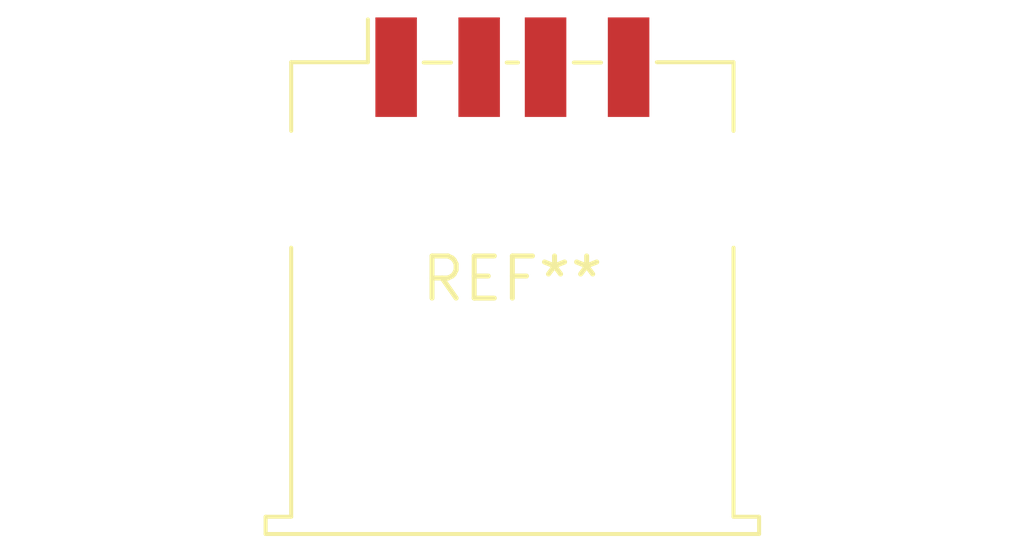
<source format=kicad_pcb>
(kicad_pcb (version 20240108) (generator pcbnew)
  (layers (0 "F.Cu" signal) (31 "B.Cu" signal) (34 "B.Paste" user) (35 "F.Paste" user) (36 "B.SilkS" user "B.Silkscreen") (37 "F.SilkS" user "F.Silkscreen") (38 "B.Mask" user) (39 "F.Mask" user) (44 "Edge.Cuts" user))
  (net 0 "")
  (footprint "USB_A_TE_292303-7_Horizontal" (layer "F.Cu") (at 0 0)
    (property "Reference" "REF**")
    (property "Value" "USB_A_TE_292303-7_Horizontal")
    (fp_line (start -7.43 7.17) (end -7.43 7.69) (layer "F.SilkS") (stroke (width 0.12)))
    (fp_line (start -7.43 7.69) (end 7.43 7.69) (layer "F.SilkS") (stroke (width 0.12)))
    (fp_line (start -6.66 -6.53) (end -6.66 -4.46) (layer "F.SilkS") (stroke (width 0.12)))
    (fp_line (start -6.66 -6.53) (end -4.35 -6.53) (layer "F.SilkS") (stroke (width 0.12)))
    (fp_line (start -6.66 7.17) (end -7.43 7.17) (layer "F.SilkS") (stroke (width 0.12)))
    (fp_line (start -6.66 7.17) (end -6.66 -0.94) (layer "F.SilkS") (stroke (width 0.12)))
    (fp_line (start -4.35 -7.82) (end -4.35 -6.53) (layer "F.SilkS") (stroke (width 0.12)))
    (fp_line (start -2.67 -6.52) (end -1.85 -6.52) (layer "F.SilkS") (stroke (width 0.12)))
    (fp_line (start -0.17 -6.52) (end 0.17 -6.52) (layer "F.SilkS") (stroke (width 0.12)))
    (fp_line (start 1.85 -6.52) (end 2.67 -6.52) (layer "F.SilkS") (stroke (width 0.12)))
    (fp_line (start 4.35 -6.53) (end 6.66 -6.53) (layer "F.SilkS") (stroke (width 0.12)))
    (fp_line (start 6.66 -6.53) (end 6.66 -4.46) (layer "F.SilkS") (stroke (width 0.12)))
    (fp_line (start 6.66 -0.94) (end 6.66 7.17) (layer "F.SilkS") (stroke (width 0.12)))
    (fp_line (start 7.43 7.17) (end 6.66 7.17) (layer "F.SilkS") (stroke (width 0.12)))
    (fp_line (start 7.43 7.69) (end 7.43 7.17) (layer "F.SilkS") (stroke (width 0.12)))
    (pad "1" smd rect (at -3.5 -6.38) (size 1.25 3) (layers "F.Cu" "F.Paste" "F.Mask"))
    (pad "2" smd rect (at -1 -6.38) (size 1.25 3) (layers "F.Cu" "F.Paste" "F.Mask"))
    (pad "3" smd rect (at 1 -6.38) (size 1.25 3) (layers "F.Cu" "F.Paste" "F.Mask"))
    (pad "4" smd rect (at 3.5 -6.38) (size 1.25 3) (layers "F.Cu" "F.Paste" "F.Mask"))
    (pad "5" thru_hole circle (at -6.57 -2.7) (size 3 3) (drill 2.3) (layers *.Cu *.Mask) (remove_unused_layers))
    (pad "5" thru_hole circle (at 6.57 -2.7) (size 3 3) (drill 2.3) (layers *.Cu *.Mask) (remove_unused_layers))
  )
)
</source>
